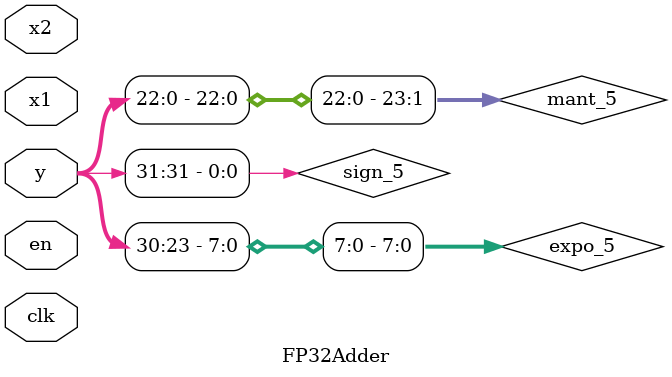
<source format=sv>
/* 
** Engineer:  mgwang37  mgwang37@126.com
** Create Date: 11/16/2023 23:00:52
**
** Module Name: FP32Adder
**
** Description: 
**      符合IEEE-754标准fp32浮点加法器(四级流水)
**
** Dependencies: NO
**
** Revision:
**
** Revision 0.01 - File Created
**
** Additional Comments:
*/

module FP32Adder
(
	input         clk,
	input         en,

	input [31:0]  x1,
	input [31:0]  x2,

	input [31:0]  y
);
/********0********/
wire state_0 = (x1[30:23] == 8'hff) | (x2[30:23] == 8'hff);
wire signed [ 9:0] expo_x1_0 = (x1[30:23] == 8'h00) ? -127 : (x1[30:23] - 127);
wire signed [ 9:0] expo_x2_0 = (x2[30:23] == 8'h00) ? -127 : (x2[30:23] - 127);

wire [25:0] mant_x1_0 = (x1[30:23] == 8'h00) ? {1'b0, x1[22:0], 2'b0} : {2'b01, x1[22:0], 1'b0};
wire [25:0] mant_x2_0 = (x2[30:23] == 8'h00) ? {1'b0, x2[22:0], 2'b0} : {2'b01, x2[22:0], 1'b0};


/********1********/
reg         [25:0] mant_max_1;
reg signed  [ 9:0] expo_max_1;
reg                sign_max_1;

reg         [25:0] mant_min_1;
reg                sign_min_1;
reg                state_1;

always @(posedge clk)begin
	if (!en)begin
	end
	else if (x1[30:23] == x2[30:23])begin
		state_1 <= state_0;
		if (mant_x1_0 > mant_x2_0)begin
			mant_max_1 <= mant_x1_0;
			expo_max_1 <= expo_x1_0;
			sign_max_1 <= x1[31];

			mant_min_1 <= mant_x2_0;
			sign_min_1 <= x2[31];
		end
		else begin
			mant_max_1 <= mant_x2_0;
			expo_max_1 <= expo_x2_0;
			sign_max_1 <= x2[31];

			mant_min_1 <= mant_x1_0;
			sign_min_1 <= x1[31];
		end
	end
	else if (x1[30:23] > x2[30:23])begin
		state_1 <= state_0;

		mant_max_1 <= mant_x1_0;
		expo_max_1 <= expo_x1_0;
		sign_max_1 <= x1[31];

		mant_min_1 <= mant_x2_0 >> (x1[30:23]-x2[30:23]);
		sign_min_1 <= x2[31];
	end
	else begin
		state_1 <= state_0;

		mant_max_1 <= mant_x2_0;
		expo_max_1 <= expo_x2_0;
		sign_max_1 <= x2[31];

		mant_min_1 <= mant_x1_0 >>(x2[30:23]-x1[30:23]);
		sign_min_1 <= x1[31];
	end

end


/********2********/
reg         [25:0] mant_2;
reg signed  [ 9:0] expo_2;
reg                sign_2;
reg                state_2;

always @(posedge clk)begin

	if (!en)begin
	end
	else if (sign_max_1 == sign_min_1)begin
		mant_2  <= mant_max_1 + mant_min_1;
		expo_2  <= expo_max_1;
		sign_2  <= sign_max_1;
		state_2 <= state_1;
	end
	else begin
		mant_2  <= mant_max_1 - mant_min_1;
		expo_2  <= expo_max_1;
		sign_2  <= sign_max_1;
		state_2 <= state_1;
	end

end


/********3********/
reg         [25:0] mant_3;
reg signed  [ 9:0] expo_3;
reg                sign_3;
reg                state_3;

always @(posedge clk)begin

	if (!en)begin
	end
	else if (mant_2[25:13]!= 13'h0)begin
		mant_3 <= mant_2;
		expo_3 <= expo_2;
		sign_3 <= sign_2;
		state_3 <= state_2;
	end
	else if (mant_2[12:0]!= 13'h0)begin
		mant_3 <= mant_2 << 13;
		expo_3 <= expo_2 - 13;
		sign_3 <= sign_2;
		state_3 <= state_2;
	end
	else begin
		mant_3 <= 26'h0;
		expo_3 <= 0;
		sign_3 <= 0;
		state_3 <= state_2;
	end

end


/********4********/
reg         [25:0] mant_4;
reg signed  [ 9:0] expo_4;
reg                sign_4;
reg                state_4;

always @(posedge clk)begin

	if (!en)begin
	end
	else if (mant_3[25])begin
		mant_4  <= mant_3 >> 1;
		expo_4  <= expo_3 + 1;
		sign_4  <= sign_3;
		state_4 <= state_3;
	end
	else if (mant_3[24])begin
		mant_4  <= mant_3;
		expo_4  <= expo_3;
		sign_4  <= sign_3;
		state_4 <= state_3;
	end
	else if (mant_3[23])begin
		mant_4  <= mant_3 << 1;
		expo_4  <= expo_3 - 1;
		sign_4  <= sign_3;
		state_4 <= state_3;
	end
	else if (mant_3[22])begin
		mant_4  <= mant_3 << 2;
		expo_4  <= expo_3 - 2;
		sign_4  <= sign_3;
		state_4 <= state_3;
	end
	else if (mant_3[21])begin
		mant_4  <= mant_3 << 3;
		expo_4  <= expo_3 - 3;
		sign_4  <= sign_3;
		state_4 <= state_3;
	end
	else if (mant_3[20])begin
		mant_4  <= mant_3 << 4;
		expo_4  <= expo_3 - 4;
		sign_4  <= sign_3;
		state_4 <= state_3;
	end
	else if (mant_3[19])begin
		mant_4  <= mant_3 << 5;
		expo_4  <= expo_3 - 5;
		sign_4  <= sign_3;
		state_4 <= state_3;
	end
	else if (mant_3[18])begin
		mant_4  <= mant_3 << 6;
		expo_4  <= expo_3 - 6;
		sign_4  <= sign_3;
		state_4 <= state_3;
	end
	else if (mant_3[17])begin
		mant_4  <= mant_3 << 7;
		expo_4  <= expo_3 - 7;
		sign_4  <= sign_3;
		state_4 <= state_3;
	end
	else if (mant_3[16])begin
		mant_4  <= mant_3 << 8;
		expo_4  <= expo_3 - 8;
		sign_4  <= sign_3;
		state_4 <= state_3;
	end
	else if (mant_3[15])begin
		mant_4  <= mant_3 << 9;
		expo_4  <= expo_3 - 9;
		sign_4  <= sign_3;
		state_4 <= state_3;
	end
	else if (mant_3[14])begin
		mant_4  <= mant_3 << 10;
		expo_4  <= expo_3 - 10;
		sign_4  <= sign_3;
		state_4 <= state_3;
	end
	else if (mant_3[13])begin
		mant_4  <= mant_3 << 11;
		expo_4  <= expo_3 - 11;
		sign_4  <= sign_3;
		state_4 <= state_3;
	end
	else begin
		mant_4  <= mant_3;
		expo_4  <= -127;
		sign_4  <= sign_3;
		state_4 <= state_3;
	end

end


/********5********/
reg         [25:0] mant_5;
reg signed  [ 9:0] expo_5;
reg                sign_5;
assign y[31] = sign_5;
assign y[30:23] = expo_5[7:0];
assign y[22:0] = mant_5[23:1];

always @(posedge clk)begin
	if (!en)begin
	end
	else if (state_4)begin
		expo_5 <= 8'b11111111;
		mant_5 <= 26'h0;
		sign_5 <= sign_4;
	end
	else if (expo_4 > 127)begin
		expo_5 <= 8'b11111111;
		mant_5 <= 26'h0;
		sign_5 <= sign_4;
	end
	else if (expo_4 < -126)begin
		expo_5 <= 9'h0;
		mant_5 <= mant_4 >> (-126 - expo_4);
		sign_5 <= sign_4;
	end
	else begin
		expo_5 <= expo_4 + 127;
		mant_5 <= mant_4;
		sign_5 <= sign_4;
	end
end

endmodule

</source>
